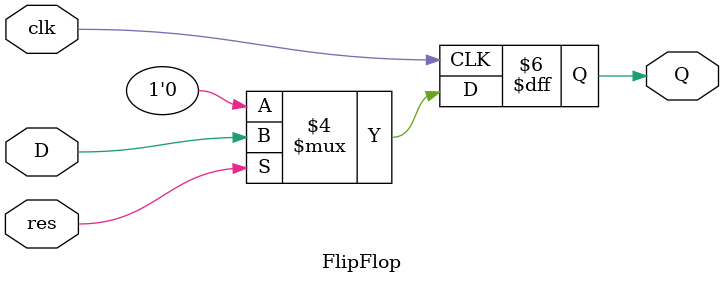
<source format=sv>
`timescale 1ns / 1ps

module FlipFlop(
        input clk,
        input res,
        input D,
        output reg Q
    );
    
    always @(posedge(clk)) begin
        if (!res)
            Q <= 0;
        else
            Q <= D;
    end
endmodule

</source>
